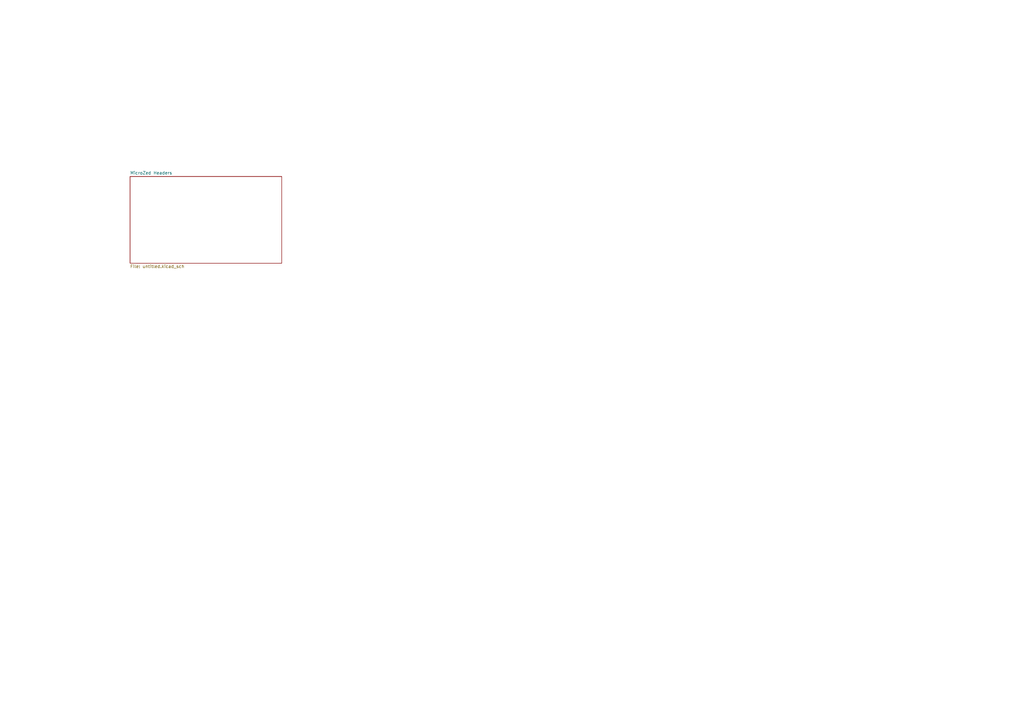
<source format=kicad_sch>
(kicad_sch
	(version 20250114)
	(generator "eeschema")
	(generator_version "9.0")
	(uuid "ba44d347-e9af-4fd2-8421-367ae7c30fc3")
	(paper "A3")
	(lib_symbols)
	(sheet
		(at 53.34 72.39)
		(size 62.23 35.56)
		(exclude_from_sim no)
		(in_bom yes)
		(on_board yes)
		(dnp no)
		(fields_autoplaced yes)
		(stroke
			(width 0.1524)
			(type solid)
		)
		(fill
			(color 0 0 0 0.0000)
		)
		(uuid "0c5faecc-45a7-4cf4-abb8-791677a8c5c5")
		(property "Sheetname" "MicroZed Headers"
			(at 53.34 71.6784 0)
			(effects
				(font
					(size 1.27 1.27)
				)
				(justify left bottom)
			)
		)
		(property "Sheetfile" "untitled.kicad_sch"
			(at 53.34 108.5346 0)
			(effects
				(font
					(size 1.27 1.27)
				)
				(justify left top)
			)
		)
		(instances
			(project "ZED_BREAKOUT_v22"
				(path "/ba44d347-e9af-4fd2-8421-367ae7c30fc3"
					(page "2")
				)
			)
		)
	)
	(sheet_instances
		(path "/"
			(page "1")
		)
	)
	(embedded_fonts no)
)

</source>
